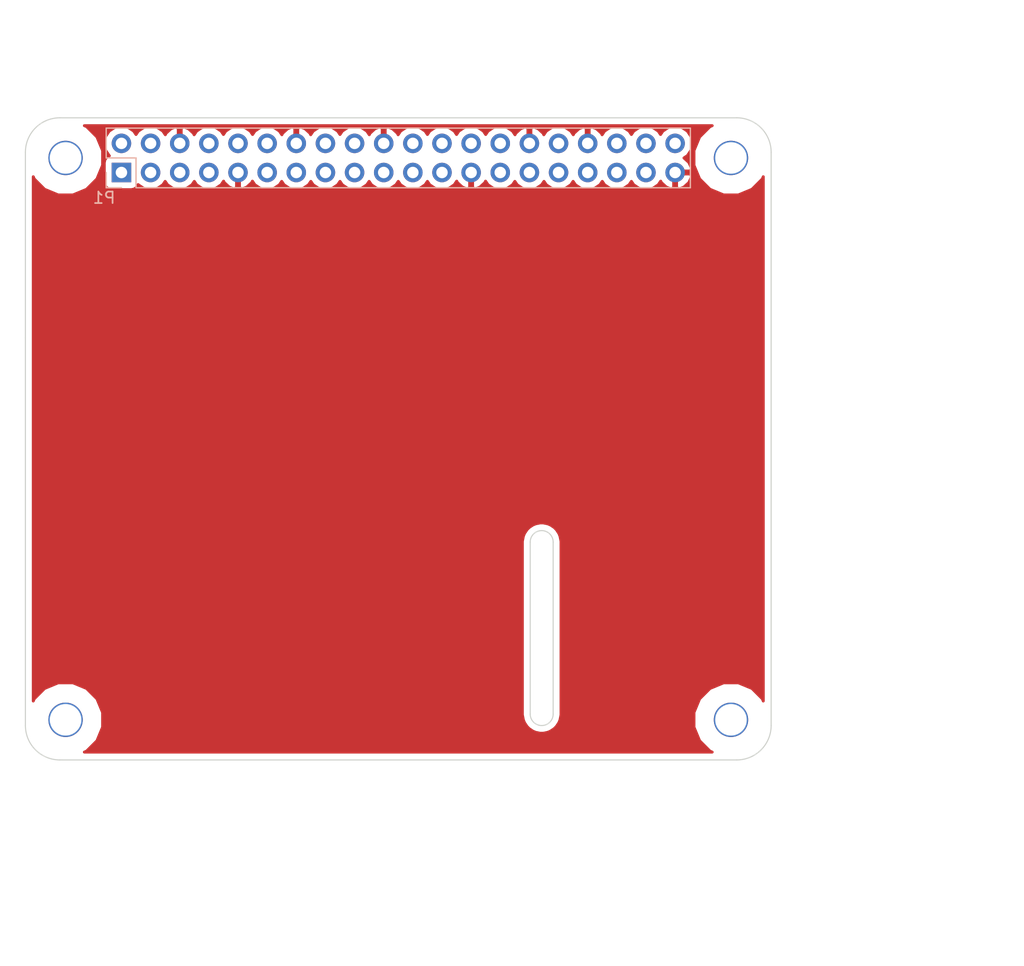
<source format=kicad_pcb>
(kicad_pcb (version 20171130) (host pcbnew "(5.0.0-rc3-dev-2-g101b68b61)")

  (general
    (thickness 1.6)
    (drawings 42)
    (tracks 0)
    (zones 0)
    (modules 5)
    (nets 32)
  )

  (page A3)
  (title_block
    (date "15 nov 2012")
  )

  (layers
    (0 F.Cu signal)
    (31 B.Cu signal)
    (36 B.SilkS user)
    (37 F.SilkS user)
    (38 B.Mask user)
    (39 F.Mask user)
    (40 Dwgs.User user)
    (41 Cmts.User user)
    (42 Eco1.User user)
    (43 Eco2.User user)
    (44 Edge.Cuts user)
    (45 Margin user)
    (46 B.CrtYd user)
    (47 F.CrtYd user)
    (48 B.Fab user)
    (49 F.Fab user)
  )

  (setup
    (last_trace_width 0.25)
    (trace_clearance 0.25)
    (zone_clearance 0.508)
    (zone_45_only no)
    (trace_min 0.25)
    (segment_width 0.1)
    (edge_width 0.1)
    (via_size 0.9)
    (via_drill 0.6)
    (via_min_size 0.8)
    (via_min_drill 0.5)
    (uvia_size 0.5)
    (uvia_drill 0.1)
    (uvias_allowed no)
    (uvia_min_size 0.5)
    (uvia_min_drill 0.1)
    (pcb_text_width 0.3)
    (pcb_text_size 1 1)
    (mod_edge_width 0.15)
    (mod_text_size 1 1)
    (mod_text_width 0.15)
    (pad_size 3 3)
    (pad_drill 2.75)
    (pad_to_mask_clearance 0)
    (aux_axis_origin 200 150)
    (grid_origin 200 150)
    (visible_elements 7FFFFFFF)
    (pcbplotparams
      (layerselection 0x01030_ffffffff)
      (usegerberextensions true)
      (usegerberattributes false)
      (usegerberadvancedattributes false)
      (creategerberjobfile false)
      (excludeedgelayer true)
      (linewidth 0.150000)
      (plotframeref false)
      (viasonmask false)
      (mode 1)
      (useauxorigin false)
      (hpglpennumber 1)
      (hpglpenspeed 20)
      (hpglpendiameter 15.000000)
      (psnegative false)
      (psa4output false)
      (plotreference true)
      (plotvalue true)
      (plotinvisibletext false)
      (padsonsilk false)
      (subtractmaskfromsilk false)
      (outputformat 1)
      (mirror false)
      (drillshape 0)
      (scaleselection 1)
      (outputdirectory "gerber/"))
  )

  (net 0 "")
  (net 1 +3V3)
  (net 2 +5V)
  (net 3 GND)
  (net 4 /ID_SD)
  (net 5 /ID_SC)
  (net 6 /GPIO5)
  (net 7 /GPIO6)
  (net 8 /GPIO26)
  (net 9 "/GPIO2(SDA1)")
  (net 10 "/GPIO3(SCL1)")
  (net 11 "/GPIO4(GCLK)")
  (net 12 "/GPIO14(TXD0)")
  (net 13 "/GPIO15(RXD0)")
  (net 14 "/GPIO17(GEN0)")
  (net 15 "/GPIO27(GEN2)")
  (net 16 "/GPIO22(GEN3)")
  (net 17 "/GPIO23(GEN4)")
  (net 18 "/GPIO24(GEN5)")
  (net 19 "/GPIO25(GEN6)")
  (net 20 "/GPIO18(GEN1)(PWM0)")
  (net 21 "/GPIO10(SPI0_MOSI)")
  (net 22 "/GPIO9(SPI0_MISO)")
  (net 23 "/GPIO11(SPI0_SCK)")
  (net 24 "/GPIO8(SPI0_CE_N)")
  (net 25 "/GPIO7(SPI1_CE_N)")
  (net 26 "/GPIO12(PWM0)")
  (net 27 "/GPIO13(PWM1)")
  (net 28 "/GPIO19(SPI1_MISO)")
  (net 29 /GPIO16)
  (net 30 "/GPIO20(SPI1_MOSI)")
  (net 31 "/GPIO21(SPI1_SCK)")

  (net_class Default "This is the default net class."
    (clearance 0.25)
    (trace_width 0.25)
    (via_dia 0.9)
    (via_drill 0.6)
    (uvia_dia 0.5)
    (uvia_drill 0.1)
    (diff_pair_gap 0.25)
    (diff_pair_width 0.25)
    (add_net +3V3)
    (add_net +5V)
    (add_net "/GPIO10(SPI0_MOSI)")
    (add_net "/GPIO11(SPI0_SCK)")
    (add_net "/GPIO12(PWM0)")
    (add_net "/GPIO13(PWM1)")
    (add_net "/GPIO14(TXD0)")
    (add_net "/GPIO15(RXD0)")
    (add_net /GPIO16)
    (add_net "/GPIO17(GEN0)")
    (add_net "/GPIO18(GEN1)(PWM0)")
    (add_net "/GPIO19(SPI1_MISO)")
    (add_net "/GPIO2(SDA1)")
    (add_net "/GPIO20(SPI1_MOSI)")
    (add_net "/GPIO21(SPI1_SCK)")
    (add_net "/GPIO22(GEN3)")
    (add_net "/GPIO23(GEN4)")
    (add_net "/GPIO24(GEN5)")
    (add_net "/GPIO25(GEN6)")
    (add_net /GPIO26)
    (add_net "/GPIO27(GEN2)")
    (add_net "/GPIO3(SCL1)")
    (add_net "/GPIO4(GCLK)")
    (add_net /GPIO5)
    (add_net /GPIO6)
    (add_net "/GPIO7(SPI1_CE_N)")
    (add_net "/GPIO8(SPI0_CE_N)")
    (add_net "/GPIO9(SPI0_MISO)")
    (add_net /ID_SC)
    (add_net /ID_SD)
    (add_net GND)
  )

  (net_class Power ""
    (clearance 0.25)
    (trace_width 0.5)
    (via_dia 1)
    (via_drill 0.7)
    (uvia_dia 0.5)
    (uvia_drill 0.1)
    (diff_pair_gap 0.25)
    (diff_pair_width 0.25)
  )

  (module Connector_PinSocket_2.54mm:PinSocket_2x20_P2.54mm_Vertical (layer B.Cu) (tedit 5A19A433) (tstamp 5A793E9F)
    (at 208.37 98.77 270)
    (descr "Through hole straight socket strip, 2x20, 2.54mm pitch, double cols (from Kicad 4.0.7), script generated")
    (tags "Through hole socket strip THT 2x20 2.54mm double row")
    (path /59AD464A)
    (fp_text reference P1 (at 2.208 1.512) (layer B.SilkS)
      (effects (font (size 1 1) (thickness 0.15)) (justify mirror))
    )
    (fp_text value Conn_02x20_Odd_Even (at -1.27 -51.03 270) (layer B.Fab)
      (effects (font (size 1 1) (thickness 0.15)) (justify mirror))
    )
    (fp_line (start -3.81 1.27) (end 0.27 1.27) (layer B.Fab) (width 0.1))
    (fp_line (start 0.27 1.27) (end 1.27 0.27) (layer B.Fab) (width 0.1))
    (fp_line (start 1.27 0.27) (end 1.27 -49.53) (layer B.Fab) (width 0.1))
    (fp_line (start 1.27 -49.53) (end -3.81 -49.53) (layer B.Fab) (width 0.1))
    (fp_line (start -3.81 -49.53) (end -3.81 1.27) (layer B.Fab) (width 0.1))
    (fp_line (start -3.87 1.33) (end -1.27 1.33) (layer B.SilkS) (width 0.12))
    (fp_line (start -3.87 1.33) (end -3.87 -49.59) (layer B.SilkS) (width 0.12))
    (fp_line (start -3.87 -49.59) (end 1.33 -49.59) (layer B.SilkS) (width 0.12))
    (fp_line (start 1.33 -1.27) (end 1.33 -49.59) (layer B.SilkS) (width 0.12))
    (fp_line (start -1.27 -1.27) (end 1.33 -1.27) (layer B.SilkS) (width 0.12))
    (fp_line (start -1.27 1.33) (end -1.27 -1.27) (layer B.SilkS) (width 0.12))
    (fp_line (start 1.33 1.33) (end 1.33 0) (layer B.SilkS) (width 0.12))
    (fp_line (start 0 1.33) (end 1.33 1.33) (layer B.SilkS) (width 0.12))
    (fp_line (start -4.34 1.8) (end 1.76 1.8) (layer B.CrtYd) (width 0.05))
    (fp_line (start 1.76 1.8) (end 1.76 -50) (layer B.CrtYd) (width 0.05))
    (fp_line (start 1.76 -50) (end -4.34 -50) (layer B.CrtYd) (width 0.05))
    (fp_line (start -4.34 -50) (end -4.34 1.8) (layer B.CrtYd) (width 0.05))
    (fp_text user %R (at -1.27 -24.13 180) (layer B.Fab)
      (effects (font (size 1 1) (thickness 0.15)) (justify mirror))
    )
    (pad 1 thru_hole rect (at 0 0 270) (size 1.7 1.7) (drill 1) (layers *.Cu *.Mask)
      (net 1 +3V3))
    (pad 2 thru_hole oval (at -2.54 0 270) (size 1.7 1.7) (drill 1) (layers *.Cu *.Mask)
      (net 2 +5V))
    (pad 3 thru_hole oval (at 0 -2.54 270) (size 1.7 1.7) (drill 1) (layers *.Cu *.Mask)
      (net 9 "/GPIO2(SDA1)"))
    (pad 4 thru_hole oval (at -2.54 -2.54 270) (size 1.7 1.7) (drill 1) (layers *.Cu *.Mask)
      (net 2 +5V))
    (pad 5 thru_hole oval (at 0 -5.08 270) (size 1.7 1.7) (drill 1) (layers *.Cu *.Mask)
      (net 10 "/GPIO3(SCL1)"))
    (pad 6 thru_hole oval (at -2.54 -5.08 270) (size 1.7 1.7) (drill 1) (layers *.Cu *.Mask)
      (net 3 GND))
    (pad 7 thru_hole oval (at 0 -7.62 270) (size 1.7 1.7) (drill 1) (layers *.Cu *.Mask)
      (net 11 "/GPIO4(GCLK)"))
    (pad 8 thru_hole oval (at -2.54 -7.62 270) (size 1.7 1.7) (drill 1) (layers *.Cu *.Mask)
      (net 12 "/GPIO14(TXD0)"))
    (pad 9 thru_hole oval (at 0 -10.16 270) (size 1.7 1.7) (drill 1) (layers *.Cu *.Mask)
      (net 3 GND))
    (pad 10 thru_hole oval (at -2.54 -10.16 270) (size 1.7 1.7) (drill 1) (layers *.Cu *.Mask)
      (net 13 "/GPIO15(RXD0)"))
    (pad 11 thru_hole oval (at 0 -12.7 270) (size 1.7 1.7) (drill 1) (layers *.Cu *.Mask)
      (net 14 "/GPIO17(GEN0)"))
    (pad 12 thru_hole oval (at -2.54 -12.7 270) (size 1.7 1.7) (drill 1) (layers *.Cu *.Mask)
      (net 20 "/GPIO18(GEN1)(PWM0)"))
    (pad 13 thru_hole oval (at 0 -15.24 270) (size 1.7 1.7) (drill 1) (layers *.Cu *.Mask)
      (net 15 "/GPIO27(GEN2)"))
    (pad 14 thru_hole oval (at -2.54 -15.24 270) (size 1.7 1.7) (drill 1) (layers *.Cu *.Mask)
      (net 3 GND))
    (pad 15 thru_hole oval (at 0 -17.78 270) (size 1.7 1.7) (drill 1) (layers *.Cu *.Mask)
      (net 16 "/GPIO22(GEN3)"))
    (pad 16 thru_hole oval (at -2.54 -17.78 270) (size 1.7 1.7) (drill 1) (layers *.Cu *.Mask)
      (net 17 "/GPIO23(GEN4)"))
    (pad 17 thru_hole oval (at 0 -20.32 270) (size 1.7 1.7) (drill 1) (layers *.Cu *.Mask)
      (net 1 +3V3))
    (pad 18 thru_hole oval (at -2.54 -20.32 270) (size 1.7 1.7) (drill 1) (layers *.Cu *.Mask)
      (net 18 "/GPIO24(GEN5)"))
    (pad 19 thru_hole oval (at 0 -22.86 270) (size 1.7 1.7) (drill 1) (layers *.Cu *.Mask)
      (net 21 "/GPIO10(SPI0_MOSI)"))
    (pad 20 thru_hole oval (at -2.54 -22.86 270) (size 1.7 1.7) (drill 1) (layers *.Cu *.Mask)
      (net 3 GND))
    (pad 21 thru_hole oval (at 0 -25.4 270) (size 1.7 1.7) (drill 1) (layers *.Cu *.Mask)
      (net 22 "/GPIO9(SPI0_MISO)"))
    (pad 22 thru_hole oval (at -2.54 -25.4 270) (size 1.7 1.7) (drill 1) (layers *.Cu *.Mask)
      (net 19 "/GPIO25(GEN6)"))
    (pad 23 thru_hole oval (at 0 -27.94 270) (size 1.7 1.7) (drill 1) (layers *.Cu *.Mask)
      (net 23 "/GPIO11(SPI0_SCK)"))
    (pad 24 thru_hole oval (at -2.54 -27.94 270) (size 1.7 1.7) (drill 1) (layers *.Cu *.Mask)
      (net 24 "/GPIO8(SPI0_CE_N)"))
    (pad 25 thru_hole oval (at 0 -30.48 270) (size 1.7 1.7) (drill 1) (layers *.Cu *.Mask)
      (net 3 GND))
    (pad 26 thru_hole oval (at -2.54 -30.48 270) (size 1.7 1.7) (drill 1) (layers *.Cu *.Mask)
      (net 25 "/GPIO7(SPI1_CE_N)"))
    (pad 27 thru_hole oval (at 0 -33.02 270) (size 1.7 1.7) (drill 1) (layers *.Cu *.Mask)
      (net 4 /ID_SD))
    (pad 28 thru_hole oval (at -2.54 -33.02 270) (size 1.7 1.7) (drill 1) (layers *.Cu *.Mask)
      (net 5 /ID_SC))
    (pad 29 thru_hole oval (at 0 -35.56 270) (size 1.7 1.7) (drill 1) (layers *.Cu *.Mask)
      (net 6 /GPIO5))
    (pad 30 thru_hole oval (at -2.54 -35.56 270) (size 1.7 1.7) (drill 1) (layers *.Cu *.Mask)
      (net 3 GND))
    (pad 31 thru_hole oval (at 0 -38.1 270) (size 1.7 1.7) (drill 1) (layers *.Cu *.Mask)
      (net 7 /GPIO6))
    (pad 32 thru_hole oval (at -2.54 -38.1 270) (size 1.7 1.7) (drill 1) (layers *.Cu *.Mask)
      (net 26 "/GPIO12(PWM0)"))
    (pad 33 thru_hole oval (at 0 -40.64 270) (size 1.7 1.7) (drill 1) (layers *.Cu *.Mask)
      (net 27 "/GPIO13(PWM1)"))
    (pad 34 thru_hole oval (at -2.54 -40.64 270) (size 1.7 1.7) (drill 1) (layers *.Cu *.Mask)
      (net 3 GND))
    (pad 35 thru_hole oval (at 0 -43.18 270) (size 1.7 1.7) (drill 1) (layers *.Cu *.Mask)
      (net 28 "/GPIO19(SPI1_MISO)"))
    (pad 36 thru_hole oval (at -2.54 -43.18 270) (size 1.7 1.7) (drill 1) (layers *.Cu *.Mask)
      (net 29 /GPIO16))
    (pad 37 thru_hole oval (at 0 -45.72 270) (size 1.7 1.7) (drill 1) (layers *.Cu *.Mask)
      (net 8 /GPIO26))
    (pad 38 thru_hole oval (at -2.54 -45.72 270) (size 1.7 1.7) (drill 1) (layers *.Cu *.Mask)
      (net 30 "/GPIO20(SPI1_MOSI)"))
    (pad 39 thru_hole oval (at 0 -48.26 270) (size 1.7 1.7) (drill 1) (layers *.Cu *.Mask)
      (net 3 GND))
    (pad 40 thru_hole oval (at -2.54 -48.26 270) (size 1.7 1.7) (drill 1) (layers *.Cu *.Mask)
      (net 31 "/GPIO21(SPI1_SCK)"))
    (model ${KISYS3DMOD}/Connector_PinSocket_2.54mm.3dshapes/PinSocket_2x20_P2.54mm_Vertical.wrl
      (at (xyz 0 0 0))
      (scale (xyz 1 1 1))
      (rotate (xyz 0 0 0))
    )
  )

  (module MountingHole:MountingHole_2.7mm_M2.5 (layer F.Cu) (tedit 5B44D45D) (tstamp 5A793E98)
    (at 261.5 146.5)
    (descr "Mounting Hole 2.7mm, no annular, M2.5")
    (tags "mounting hole 2.7mm no annular m2.5")
    (path /5834FC4F)
    (attr virtual)
    (fp_text reference MK4 (at 0 -3.7) (layer F.SilkS) hide
      (effects (font (size 1 1) (thickness 0.15)))
    )
    (fp_text value M2.5 (at 0 3.7) (layer F.Fab)
      (effects (font (size 1 1) (thickness 0.15)))
    )
    (fp_circle (center 0 0) (end 2.95 0) (layer F.CrtYd) (width 0.05))
    (fp_circle (center 0 0) (end 2.7 0) (layer Cmts.User) (width 0.15))
    (fp_text user %R (at 0.3 0) (layer F.Fab)
      (effects (font (size 1 1) (thickness 0.15)))
    )
    (pad "" np_thru_hole circle (at 0 0) (size 3 3) (drill 2.75) (layers *.Cu *.Mask)
      (clearance 1.6))
  )

  (module MountingHole:MountingHole_2.7mm_M2.5 (layer F.Cu) (tedit 5B44D465) (tstamp 5A793E91)
    (at 203.5 146.5)
    (descr "Mounting Hole 2.7mm, no annular, M2.5")
    (tags "mounting hole 2.7mm no annular m2.5")
    (path /5834FBEF)
    (attr virtual)
    (fp_text reference MK3 (at 0 -3.7) (layer F.SilkS) hide
      (effects (font (size 1 1) (thickness 0.15)))
    )
    (fp_text value M2.5 (at 0 3.7) (layer F.Fab)
      (effects (font (size 1 1) (thickness 0.15)))
    )
    (fp_text user %R (at 0.3 0) (layer F.Fab)
      (effects (font (size 1 1) (thickness 0.15)))
    )
    (fp_circle (center 0 0) (end 2.7 0) (layer Cmts.User) (width 0.15))
    (fp_circle (center 0 0) (end 2.95 0) (layer F.CrtYd) (width 0.05))
    (pad "" np_thru_hole circle (at 0 0) (size 3 3) (drill 2.75) (layers *.Cu *.Mask)
      (clearance 1.6))
  )

  (module MountingHole:MountingHole_2.7mm_M2.5 (layer F.Cu) (tedit 5B44D441) (tstamp 5A793E8A)
    (at 261.5 97.5 180)
    (descr "Mounting Hole 2.7mm, no annular, M2.5")
    (tags "mounting hole 2.7mm no annular m2.5")
    (path /5834FC19)
    (attr virtual)
    (fp_text reference MK2 (at 0 -3.7 180) (layer F.SilkS) hide
      (effects (font (size 1 1) (thickness 0.15)))
    )
    (fp_text value M2.5 (at 0 3.7 180) (layer F.Fab)
      (effects (font (size 1 1) (thickness 0.15)))
    )
    (fp_circle (center 0 0) (end 2.95 0) (layer F.CrtYd) (width 0.05))
    (fp_circle (center 0 0) (end 2.7 0) (layer Cmts.User) (width 0.15))
    (fp_text user %R (at 0.3 0 180) (layer F.Fab)
      (effects (font (size 1 1) (thickness 0.15)))
    )
    (pad "" np_thru_hole circle (at 0 0 180) (size 3 3) (drill 2.75) (layers *.Cu *.Mask)
      (clearance 1.6))
  )

  (module MountingHole:MountingHole_2.7mm_M2.5 (layer F.Cu) (tedit 5B44D434) (tstamp 5A793E83)
    (at 203.5 97.5 180)
    (descr "Mounting Hole 2.7mm, no annular, M2.5")
    (tags "mounting hole 2.7mm no annular m2.5")
    (path /5834FB2E)
    (attr virtual)
    (fp_text reference MK1 (at 0 -3.7 180) (layer F.SilkS) hide
      (effects (font (size 1 1) (thickness 0.15)))
    )
    (fp_text value M2.5 (at 0 3.7 180) (layer F.Fab)
      (effects (font (size 1 1) (thickness 0.15)))
    )
    (fp_text user %R (at 0.3 0 180) (layer F.Fab)
      (effects (font (size 1 1) (thickness 0.15)))
    )
    (fp_circle (center 0 0) (end 2.7 0) (layer Cmts.User) (width 0.15))
    (fp_circle (center 0 0) (end 2.95 0) (layer F.CrtYd) (width 0.05))
    (pad "" np_thru_hole circle (at 0 0 180) (size 3 3) (drill 2.75) (layers *.Cu *.Mask)
      (clearance 1.6))
  )

  (dimension 2 (width 0.25) (layer Eco1.User)
    (gr_text "2.000 mm" (at 245 127.5) (layer Eco1.User)
      (effects (font (size 1 1) (thickness 0.25)))
    )
    (feature1 (pts (xy 246 131) (xy 246 128.413579)))
    (feature2 (pts (xy 244 131) (xy 244 128.413579)))
    (crossbar (pts (xy 244 129) (xy 246 129)))
    (arrow1a (pts (xy 246 129) (xy 244.873496 129.586421)))
    (arrow1b (pts (xy 246 129) (xy 244.873496 128.413579)))
    (arrow2a (pts (xy 244 129) (xy 245.126504 129.586421)))
    (arrow2b (pts (xy 244 129) (xy 245.126504 128.413579)))
  )
  (dimension 3.5 (width 0.25) (layer Eco1.User)
    (gr_text "3.500 mm" (at 201.75 141.5) (layer Eco1.User)
      (effects (font (size 1 1) (thickness 0.25)))
    )
    (feature1 (pts (xy 200 146.5) (xy 200 142.413579)))
    (feature2 (pts (xy 203.5 146.5) (xy 203.5 142.413579)))
    (crossbar (pts (xy 203.5 143) (xy 200 143)))
    (arrow1a (pts (xy 200 143) (xy 201.126504 142.413579)))
    (arrow1b (pts (xy 200 143) (xy 201.126504 143.586421)))
    (arrow2a (pts (xy 203.5 143) (xy 202.373496 142.413579)))
    (arrow2b (pts (xy 203.5 143) (xy 202.373496 143.586421)))
  )
  (dimension 3.5 (width 0.25) (layer Eco1.User)
    (gr_text "3.500 mm" (at 209.5 148.25 270) (layer Eco1.User)
      (effects (font (size 1 1) (thickness 0.25)))
    )
    (feature1 (pts (xy 203.5 150) (xy 208.586421 150)))
    (feature2 (pts (xy 203.5 146.5) (xy 208.586421 146.5)))
    (crossbar (pts (xy 208 146.5) (xy 208 150)))
    (arrow1a (pts (xy 208 150) (xy 207.413579 148.873496)))
    (arrow1b (pts (xy 208 150) (xy 208.586421 148.873496)))
    (arrow2a (pts (xy 208 146.5) (xy 207.413579 147.626504)))
    (arrow2b (pts (xy 208 146.5) (xy 208.586421 147.626504)))
  )
  (dimension 11.5 (width 0.25) (layer Eco1.User)
    (gr_text "11.500 mm" (at 253.5 144.25 90) (layer Eco1.User)
      (effects (font (size 1 1) (thickness 0.25)))
    )
    (feature1 (pts (xy 248 138.5) (xy 252.586421 138.5)))
    (feature2 (pts (xy 248 150) (xy 252.586421 150)))
    (crossbar (pts (xy 252 150) (xy 252 138.5)))
    (arrow1a (pts (xy 252 138.5) (xy 252.586421 139.626504)))
    (arrow1b (pts (xy 252 138.5) (xy 251.413579 139.626504)))
    (arrow2a (pts (xy 252 150) (xy 252.586421 148.873496)))
    (arrow2b (pts (xy 252 150) (xy 251.413579 148.873496)))
  )
  (dimension 8.5 (width 0.25) (layer Eco1.User)
    (gr_text "8.500 mm" (at 249.5 142.75 90) (layer Eco1.User)
      (effects (font (size 1 1) (thickness 0.25)))
    )
    (feature1 (pts (xy 245 138.5) (xy 248.586421 138.5)))
    (feature2 (pts (xy 245 147) (xy 248.586421 147)))
    (crossbar (pts (xy 248 147) (xy 248 138.5)))
    (arrow1a (pts (xy 248 138.5) (xy 248.586421 139.626504)))
    (arrow1b (pts (xy 248 138.5) (xy 247.413579 139.626504)))
    (arrow2a (pts (xy 248 147) (xy 248.586421 145.873496)))
    (arrow2b (pts (xy 248 147) (xy 247.413579 145.873496)))
  )
  (dimension 17 (width 0.25) (layer Eco1.User)
    (gr_text "17.000 mm" (at 240.5 138.5 270) (layer Eco1.User)
      (effects (font (size 1 1) (thickness 0.25)))
    )
    (feature1 (pts (xy 245 147) (xy 241.413579 147)))
    (feature2 (pts (xy 245 130) (xy 241.413579 130)))
    (crossbar (pts (xy 242 130) (xy 242 147)))
    (arrow1a (pts (xy 242 147) (xy 241.413579 145.873496)))
    (arrow1b (pts (xy 242 147) (xy 242.586421 145.873496)))
    (arrow2a (pts (xy 242 130) (xy 241.413579 131.126504)))
    (arrow2b (pts (xy 242 130) (xy 242.586421 131.126504)))
  )
  (dimension 45 (width 0.25) (layer Eco1.User)
    (gr_text "45.000 mm" (at 222.5 154) (layer Eco1.User)
      (effects (font (size 1 1) (thickness 0.25)))
    )
    (feature1 (pts (xy 245 147) (xy 245 153.086421)))
    (feature2 (pts (xy 200 147) (xy 200 153.086421)))
    (crossbar (pts (xy 200 152.5) (xy 245 152.5)))
    (arrow1a (pts (xy 245 152.5) (xy 243.873496 153.086421)))
    (arrow1b (pts (xy 245 152.5) (xy 243.873496 151.913579)))
    (arrow2a (pts (xy 200 152.5) (xy 201.126504 153.086421)))
    (arrow2b (pts (xy 200 152.5) (xy 201.126504 151.913579)))
  )
  (dimension 29 (width 0.25) (layer Eco1.User)
    (gr_text "29.000 mm" (at 218 90.5) (layer Eco1.User)
      (effects (font (size 1 1) (thickness 0.25)))
    )
    (feature1 (pts (xy 203.5 97.5) (xy 203.5 91.413579)))
    (feature2 (pts (xy 232.5 97.5) (xy 232.5 91.413579)))
    (crossbar (pts (xy 232.5 92) (xy 203.5 92)))
    (arrow1a (pts (xy 203.5 92) (xy 204.626504 91.413579)))
    (arrow1b (pts (xy 203.5 92) (xy 204.626504 92.586421)))
    (arrow2a (pts (xy 232.5 92) (xy 231.373496 91.413579)))
    (arrow2b (pts (xy 232.5 92) (xy 231.373496 92.586421)))
  )
  (dimension 49 (width 0.25) (layer Eco1.User)
    (gr_text "49.000 mm" (at 268.5 122 270) (layer Eco1.User)
      (effects (font (size 1 1) (thickness 0.25)))
    )
    (feature1 (pts (xy 261.5 146.5) (xy 267.586421 146.5)))
    (feature2 (pts (xy 261.5 97.5) (xy 267.586421 97.5)))
    (crossbar (pts (xy 267 97.5) (xy 267 146.5)))
    (arrow1a (pts (xy 267 146.5) (xy 266.413579 145.373496)))
    (arrow1b (pts (xy 267 146.5) (xy 267.586421 145.373496)))
    (arrow2a (pts (xy 267 97.5) (xy 266.413579 98.626504)))
    (arrow2b (pts (xy 267 97.5) (xy 267.586421 98.626504)))
  )
  (dimension 56 (width 0.25) (layer Eco1.User)
    (gr_text "56.000 mm" (at 272.5 122 270) (layer Eco1.User)
      (effects (font (size 1 1) (thickness 0.25)))
    )
    (feature1 (pts (xy 261.5 150) (xy 271.586421 150)))
    (feature2 (pts (xy 261.5 94) (xy 271.586421 94)))
    (crossbar (pts (xy 271 94) (xy 271 150)))
    (arrow1a (pts (xy 271 150) (xy 270.413579 148.873496)))
    (arrow1b (pts (xy 271 150) (xy 271.586421 148.873496)))
    (arrow2a (pts (xy 271 94) (xy 270.413579 95.126504)))
    (arrow2b (pts (xy 271 94) (xy 271.586421 95.126504)))
  )
  (dimension 58 (width 0.25) (layer Eco1.User)
    (gr_text "58.000 mm" (at 232.5 87.5) (layer Eco1.User)
      (effects (font (size 1 1) (thickness 0.25)))
    )
    (feature1 (pts (xy 261.5 97.5) (xy 261.5 88.413579)))
    (feature2 (pts (xy 203.5 97.5) (xy 203.5 88.413579)))
    (crossbar (pts (xy 203.5 89) (xy 261.5 89)))
    (arrow1a (pts (xy 261.5 89) (xy 260.373496 89.586421)))
    (arrow1b (pts (xy 261.5 89) (xy 260.373496 88.413579)))
    (arrow2a (pts (xy 203.5 89) (xy 204.626504 89.586421)))
    (arrow2b (pts (xy 203.5 89) (xy 204.626504 88.413579)))
  )
  (dimension 65 (width 0.25) (layer Eco1.User)
    (gr_text "65.000 mm" (at 232.5 84.5) (layer Eco1.User)
      (effects (font (size 1 1) (thickness 0.25)))
    )
    (feature1 (pts (xy 265 97.5) (xy 265 85.413579)))
    (feature2 (pts (xy 200 97.5) (xy 200 85.413579)))
    (crossbar (pts (xy 200 86) (xy 265 86)))
    (arrow1a (pts (xy 265 86) (xy 263.873496 86.586421)))
    (arrow1b (pts (xy 265 86) (xy 263.873496 85.413579)))
    (arrow2a (pts (xy 200 86) (xy 201.126504 86.586421)))
    (arrow2b (pts (xy 200 86) (xy 201.126504 85.413579)))
  )
  (gr_line (start 244 146) (end 244 131) (layer Edge.Cuts) (width 0.1))
  (gr_line (start 246 131) (end 246 146) (layer Edge.Cuts) (width 0.1))
  (gr_arc (start 245 131) (end 244 131) (angle 180) (layer Edge.Cuts) (width 0.1))
  (gr_arc (start 245 146) (end 246 146) (angle 180) (layer Edge.Cuts) (width 0.1))
  (gr_line (start 200 97) (end 200 113.17) (layer Edge.Cuts) (width 0.1))
  (gr_text CAMERA (at 245 139 90) (layer Dwgs.User)
    (effects (font (size 1 1) (thickness 0.15)))
  )
  (gr_text RJ45 (at 276.2 139.84) (layer Dwgs.User) (tstamp 580CBBEB)
    (effects (font (size 2 2) (thickness 0.15)))
  )
  (gr_text USB (at 277.724 121.552) (layer Dwgs.User) (tstamp 580CBBE9)
    (effects (font (size 2 2) (thickness 0.15)))
  )
  (gr_text USB (at 278.232 102.248) (layer Dwgs.User)
    (effects (font (size 2 2) (thickness 0.15)))
  )
  (gr_arc (start 262 97) (end 262 94) (angle 90) (layer Edge.Cuts) (width 0.1))
  (gr_arc (start 262 147) (end 265 147) (angle 90) (layer Edge.Cuts) (width 0.1))
  (gr_arc (start 203 147) (end 203 150) (angle 90) (layer Edge.Cuts) (width 0.1))
  (gr_arc (start 203 97) (end 200 97) (angle 90) (layer Edge.Cuts) (width 0.1))
  (gr_line (start 269.9 114.45) (end 287 114.45) (layer Dwgs.User) (width 0.1))
  (gr_line (start 262 94) (end 203 94) (layer Edge.Cuts) (width 0.1))
  (gr_line (start 269.9 127.55) (end 269.9 114.45) (layer Dwgs.User) (width 0.1))
  (gr_line (start 287 127.55) (end 269.9 127.55) (layer Dwgs.User) (width 0.1))
  (gr_line (start 287 114.45) (end 287 127.55) (layer Dwgs.User) (width 0.1))
  (gr_line (start 266 147.675) (end 266 131.825) (layer Dwgs.User) (width 0.1))
  (gr_line (start 287 147.675) (end 266 147.675) (layer Dwgs.User) (width 0.1))
  (gr_line (start 287 131.825) (end 287 147.675) (layer Dwgs.User) (width 0.1))
  (gr_line (start 266 131.825) (end 287 131.825) (layer Dwgs.User) (width 0.1))
  (gr_line (start 265 147) (end 265 97) (layer Edge.Cuts) (width 0.1))
  (gr_line (start 203 150) (end 262 150) (layer Edge.Cuts) (width 0.1))
  (gr_line (start 200 113.17) (end 200 147) (layer Edge.Cuts) (width 0.1))
  (gr_line (start 269.9 109.455925) (end 269.9 96.355925) (layer Dwgs.User) (width 0.1))
  (gr_line (start 287 109.455925) (end 269.9 109.455925) (layer Dwgs.User) (width 0.1))
  (gr_line (start 287 96.355925) (end 287 109.455925) (layer Dwgs.User) (width 0.1))
  (gr_line (start 269.9 96.355925) (end 287 96.355925) (layer Dwgs.User) (width 0.1))
  (gr_text "RASPBERRY-PI 40-PIN ADDON BOARD\nVIEW FROM TOP\nNOTE: P1 SHOULD BE FITTED ON THE REVERSE OF THE BOARD\n\nADD EDGE CUTS FROM CAMERA AND DISPLAY PORTS AS REQUIRED" (at 200 160.16) (layer Dwgs.User)
    (effects (font (size 2 1.7) (thickness 0.12)) (justify left))
  )

  (zone (net 3) (net_name GND) (layer F.Cu) (tstamp 5B44E201) (hatch edge 0.508)
    (connect_pads (clearance 0.508))
    (min_thickness 0.254)
    (fill yes (arc_segments 16) (thermal_gap 0.508) (thermal_bridge_width 0.508))
    (polygon
      (pts
        (xy 199 93) (xy 266 93) (xy 266 151) (xy 199 151)
      )
    )
    (filled_polygon
      (pts
        (xy 259.672051 94.764281) (xy 258.764281 95.672051) (xy 258.273 96.85811) (xy 258.273 98.14189) (xy 258.764281 99.327949)
        (xy 259.672051 100.235719) (xy 260.85811 100.727) (xy 262.14189 100.727) (xy 263.327949 100.235719) (xy 264.235719 99.327949)
        (xy 264.315001 99.136545) (xy 264.315 144.863453) (xy 264.235719 144.672051) (xy 263.327949 143.764281) (xy 262.14189 143.273)
        (xy 260.85811 143.273) (xy 259.672051 143.764281) (xy 258.764281 144.672051) (xy 258.273 145.85811) (xy 258.273 147.14189)
        (xy 258.764281 148.327949) (xy 259.672051 149.235719) (xy 259.863453 149.315) (xy 205.136547 149.315) (xy 205.327949 149.235719)
        (xy 206.235719 148.327949) (xy 206.727 147.14189) (xy 206.727 146.067461) (xy 243.315 146.067461) (xy 243.328162 146.133631)
        (xy 243.328162 146.133636) (xy 243.404282 146.516319) (xy 243.455534 146.640052) (xy 243.506563 146.763248) (xy 243.723336 147.087672)
        (xy 243.912328 147.276664) (xy 244.236751 147.493437) (xy 244.290876 147.515856) (xy 244.483681 147.595718) (xy 244.866364 147.671838)
        (xy 245.133636 147.671838) (xy 245.516319 147.595718) (xy 245.763248 147.493437) (xy 245.763249 147.493436) (xy 246.087672 147.276664)
        (xy 246.276664 147.087672) (xy 246.493437 146.763249) (xy 246.550942 146.624419) (xy 246.595718 146.516319) (xy 246.671838 146.133636)
        (xy 246.671838 146.133632) (xy 246.685 146.067462) (xy 246.685 130.932538) (xy 246.671838 130.866368) (xy 246.671838 130.866364)
        (xy 246.595718 130.483681) (xy 246.493437 130.236752) (xy 246.493437 130.236751) (xy 246.276664 129.912328) (xy 246.087672 129.723336)
        (xy 245.763248 129.506563) (xy 245.516319 129.404282) (xy 245.133636 129.328162) (xy 244.866364 129.328162) (xy 244.483681 129.404282)
        (xy 244.339032 129.464197) (xy 244.236751 129.506563) (xy 243.912328 129.723336) (xy 243.723336 129.912328) (xy 243.506564 130.236751)
        (xy 243.506563 130.236752) (xy 243.404282 130.483681) (xy 243.328162 130.866364) (xy 243.328162 130.866373) (xy 243.315001 130.932538)
        (xy 243.315 146.067461) (xy 206.727 146.067461) (xy 206.727 145.85811) (xy 206.235719 144.672051) (xy 205.327949 143.764281)
        (xy 204.14189 143.273) (xy 202.85811 143.273) (xy 201.672051 143.764281) (xy 200.764281 144.672051) (xy 200.685 144.863453)
        (xy 200.685 99.136547) (xy 200.764281 99.327949) (xy 201.672051 100.235719) (xy 202.85811 100.727) (xy 204.14189 100.727)
        (xy 205.327949 100.235719) (xy 206.235719 99.327949) (xy 206.727 98.14189) (xy 206.727 96.85811) (xy 206.466829 96.23)
        (xy 206.855908 96.23) (xy 206.971161 96.809418) (xy 207.299375 97.300625) (xy 207.317619 97.312816) (xy 207.272235 97.321843)
        (xy 207.062191 97.462191) (xy 206.921843 97.672235) (xy 206.87256 97.92) (xy 206.87256 99.62) (xy 206.921843 99.867765)
        (xy 207.062191 100.077809) (xy 207.272235 100.218157) (xy 207.52 100.26744) (xy 209.22 100.26744) (xy 209.467765 100.218157)
        (xy 209.677809 100.077809) (xy 209.818157 99.867765) (xy 209.827184 99.822381) (xy 209.839375 99.840625) (xy 210.330582 100.168839)
        (xy 210.763744 100.255) (xy 211.056256 100.255) (xy 211.489418 100.168839) (xy 211.980625 99.840625) (xy 212.18 99.542239)
        (xy 212.379375 99.840625) (xy 212.870582 100.168839) (xy 213.303744 100.255) (xy 213.596256 100.255) (xy 214.029418 100.168839)
        (xy 214.520625 99.840625) (xy 214.72 99.542239) (xy 214.919375 99.840625) (xy 215.410582 100.168839) (xy 215.843744 100.255)
        (xy 216.136256 100.255) (xy 216.569418 100.168839) (xy 217.060625 99.840625) (xy 217.273843 99.521522) (xy 217.334817 99.651358)
        (xy 217.763076 100.041645) (xy 218.17311 100.211476) (xy 218.403 100.090155) (xy 218.403 98.897) (xy 218.383 98.897)
        (xy 218.383 98.643) (xy 218.403 98.643) (xy 218.403 98.623) (xy 218.657 98.623) (xy 218.657 98.643)
        (xy 218.677 98.643) (xy 218.677 98.897) (xy 218.657 98.897) (xy 218.657 100.090155) (xy 218.88689 100.211476)
        (xy 219.296924 100.041645) (xy 219.725183 99.651358) (xy 219.786157 99.521522) (xy 219.999375 99.840625) (xy 220.490582 100.168839)
        (xy 220.923744 100.255) (xy 221.216256 100.255) (xy 221.649418 100.168839) (xy 222.140625 99.840625) (xy 222.34 99.542239)
        (xy 222.539375 99.840625) (xy 223.030582 100.168839) (xy 223.463744 100.255) (xy 223.756256 100.255) (xy 224.189418 100.168839)
        (xy 224.680625 99.840625) (xy 224.88 99.542239) (xy 225.079375 99.840625) (xy 225.570582 100.168839) (xy 226.003744 100.255)
        (xy 226.296256 100.255) (xy 226.729418 100.168839) (xy 227.220625 99.840625) (xy 227.42 99.542239) (xy 227.619375 99.840625)
        (xy 228.110582 100.168839) (xy 228.543744 100.255) (xy 228.836256 100.255) (xy 229.269418 100.168839) (xy 229.760625 99.840625)
        (xy 229.96 99.542239) (xy 230.159375 99.840625) (xy 230.650582 100.168839) (xy 231.083744 100.255) (xy 231.376256 100.255)
        (xy 231.809418 100.168839) (xy 232.300625 99.840625) (xy 232.5 99.542239) (xy 232.699375 99.840625) (xy 233.190582 100.168839)
        (xy 233.623744 100.255) (xy 233.916256 100.255) (xy 234.349418 100.168839) (xy 234.840625 99.840625) (xy 235.04 99.542239)
        (xy 235.239375 99.840625) (xy 235.730582 100.168839) (xy 236.163744 100.255) (xy 236.456256 100.255) (xy 236.889418 100.168839)
        (xy 237.380625 99.840625) (xy 237.593843 99.521522) (xy 237.654817 99.651358) (xy 238.083076 100.041645) (xy 238.49311 100.211476)
        (xy 238.723 100.090155) (xy 238.723 98.897) (xy 238.703 98.897) (xy 238.703 98.643) (xy 238.723 98.643)
        (xy 238.723 98.623) (xy 238.977 98.623) (xy 238.977 98.643) (xy 238.997 98.643) (xy 238.997 98.897)
        (xy 238.977 98.897) (xy 238.977 100.090155) (xy 239.20689 100.211476) (xy 239.616924 100.041645) (xy 240.045183 99.651358)
        (xy 240.106157 99.521522) (xy 240.319375 99.840625) (xy 240.810582 100.168839) (xy 241.243744 100.255) (xy 241.536256 100.255)
        (xy 241.969418 100.168839) (xy 242.460625 99.840625) (xy 242.66 99.542239) (xy 242.859375 99.840625) (xy 243.350582 100.168839)
        (xy 243.783744 100.255) (xy 244.076256 100.255) (xy 244.509418 100.168839) (xy 245.000625 99.840625) (xy 245.2 99.542239)
        (xy 245.399375 99.840625) (xy 245.890582 100.168839) (xy 246.323744 100.255) (xy 246.616256 100.255) (xy 247.049418 100.168839)
        (xy 247.540625 99.840625) (xy 247.74 99.542239) (xy 247.939375 99.840625) (xy 248.430582 100.168839) (xy 248.863744 100.255)
        (xy 249.156256 100.255) (xy 249.589418 100.168839) (xy 250.080625 99.840625) (xy 250.28 99.542239) (xy 250.479375 99.840625)
        (xy 250.970582 100.168839) (xy 251.403744 100.255) (xy 251.696256 100.255) (xy 252.129418 100.168839) (xy 252.620625 99.840625)
        (xy 252.82 99.542239) (xy 253.019375 99.840625) (xy 253.510582 100.168839) (xy 253.943744 100.255) (xy 254.236256 100.255)
        (xy 254.669418 100.168839) (xy 255.160625 99.840625) (xy 255.373843 99.521522) (xy 255.434817 99.651358) (xy 255.863076 100.041645)
        (xy 256.27311 100.211476) (xy 256.503 100.090155) (xy 256.503 98.897) (xy 256.757 98.897) (xy 256.757 100.090155)
        (xy 256.98689 100.211476) (xy 257.396924 100.041645) (xy 257.825183 99.651358) (xy 258.071486 99.126892) (xy 257.950819 98.897)
        (xy 256.757 98.897) (xy 256.503 98.897) (xy 256.483 98.897) (xy 256.483 98.643) (xy 256.503 98.643)
        (xy 256.503 98.623) (xy 256.757 98.623) (xy 256.757 98.643) (xy 257.950819 98.643) (xy 258.071486 98.413108)
        (xy 257.825183 97.888642) (xy 257.400214 97.501353) (xy 257.700625 97.300625) (xy 258.028839 96.809418) (xy 258.144092 96.23)
        (xy 258.028839 95.650582) (xy 257.700625 95.159375) (xy 257.209418 94.831161) (xy 256.776256 94.745) (xy 256.483744 94.745)
        (xy 256.050582 94.831161) (xy 255.559375 95.159375) (xy 255.36 95.457761) (xy 255.160625 95.159375) (xy 254.669418 94.831161)
        (xy 254.236256 94.745) (xy 253.943744 94.745) (xy 253.510582 94.831161) (xy 253.019375 95.159375) (xy 252.82 95.457761)
        (xy 252.620625 95.159375) (xy 252.129418 94.831161) (xy 251.696256 94.745) (xy 251.403744 94.745) (xy 250.970582 94.831161)
        (xy 250.479375 95.159375) (xy 250.266157 95.478478) (xy 250.205183 95.348642) (xy 249.776924 94.958355) (xy 249.36689 94.788524)
        (xy 249.137 94.909845) (xy 249.137 96.103) (xy 249.157 96.103) (xy 249.157 96.357) (xy 249.137 96.357)
        (xy 249.137 96.377) (xy 248.883 96.377) (xy 248.883 96.357) (xy 248.863 96.357) (xy 248.863 96.103)
        (xy 248.883 96.103) (xy 248.883 94.909845) (xy 248.65311 94.788524) (xy 248.243076 94.958355) (xy 247.814817 95.348642)
        (xy 247.753843 95.478478) (xy 247.540625 95.159375) (xy 247.049418 94.831161) (xy 246.616256 94.745) (xy 246.323744 94.745)
        (xy 245.890582 94.831161) (xy 245.399375 95.159375) (xy 245.186157 95.478478) (xy 245.125183 95.348642) (xy 244.696924 94.958355)
        (xy 244.28689 94.788524) (xy 244.057 94.909845) (xy 244.057 96.103) (xy 244.077 96.103) (xy 244.077 96.357)
        (xy 244.057 96.357) (xy 244.057 96.377) (xy 243.803 96.377) (xy 243.803 96.357) (xy 243.783 96.357)
        (xy 243.783 96.103) (xy 243.803 96.103) (xy 243.803 94.909845) (xy 243.57311 94.788524) (xy 243.163076 94.958355)
        (xy 242.734817 95.348642) (xy 242.673843 95.478478) (xy 242.460625 95.159375) (xy 241.969418 94.831161) (xy 241.536256 94.745)
        (xy 241.243744 94.745) (xy 240.810582 94.831161) (xy 240.319375 95.159375) (xy 240.12 95.457761) (xy 239.920625 95.159375)
        (xy 239.429418 94.831161) (xy 238.996256 94.745) (xy 238.703744 94.745) (xy 238.270582 94.831161) (xy 237.779375 95.159375)
        (xy 237.58 95.457761) (xy 237.380625 95.159375) (xy 236.889418 94.831161) (xy 236.456256 94.745) (xy 236.163744 94.745)
        (xy 235.730582 94.831161) (xy 235.239375 95.159375) (xy 235.04 95.457761) (xy 234.840625 95.159375) (xy 234.349418 94.831161)
        (xy 233.916256 94.745) (xy 233.623744 94.745) (xy 233.190582 94.831161) (xy 232.699375 95.159375) (xy 232.486157 95.478478)
        (xy 232.425183 95.348642) (xy 231.996924 94.958355) (xy 231.58689 94.788524) (xy 231.357 94.909845) (xy 231.357 96.103)
        (xy 231.377 96.103) (xy 231.377 96.357) (xy 231.357 96.357) (xy 231.357 96.377) (xy 231.103 96.377)
        (xy 231.103 96.357) (xy 231.083 96.357) (xy 231.083 96.103) (xy 231.103 96.103) (xy 231.103 94.909845)
        (xy 230.87311 94.788524) (xy 230.463076 94.958355) (xy 230.034817 95.348642) (xy 229.973843 95.478478) (xy 229.760625 95.159375)
        (xy 229.269418 94.831161) (xy 228.836256 94.745) (xy 228.543744 94.745) (xy 228.110582 94.831161) (xy 227.619375 95.159375)
        (xy 227.42 95.457761) (xy 227.220625 95.159375) (xy 226.729418 94.831161) (xy 226.296256 94.745) (xy 226.003744 94.745)
        (xy 225.570582 94.831161) (xy 225.079375 95.159375) (xy 224.866157 95.478478) (xy 224.805183 95.348642) (xy 224.376924 94.958355)
        (xy 223.96689 94.788524) (xy 223.737 94.909845) (xy 223.737 96.103) (xy 223.757 96.103) (xy 223.757 96.357)
        (xy 223.737 96.357) (xy 223.737 96.377) (xy 223.483 96.377) (xy 223.483 96.357) (xy 223.463 96.357)
        (xy 223.463 96.103) (xy 223.483 96.103) (xy 223.483 94.909845) (xy 223.25311 94.788524) (xy 222.843076 94.958355)
        (xy 222.414817 95.348642) (xy 222.353843 95.478478) (xy 222.140625 95.159375) (xy 221.649418 94.831161) (xy 221.216256 94.745)
        (xy 220.923744 94.745) (xy 220.490582 94.831161) (xy 219.999375 95.159375) (xy 219.8 95.457761) (xy 219.600625 95.159375)
        (xy 219.109418 94.831161) (xy 218.676256 94.745) (xy 218.383744 94.745) (xy 217.950582 94.831161) (xy 217.459375 95.159375)
        (xy 217.26 95.457761) (xy 217.060625 95.159375) (xy 216.569418 94.831161) (xy 216.136256 94.745) (xy 215.843744 94.745)
        (xy 215.410582 94.831161) (xy 214.919375 95.159375) (xy 214.706157 95.478478) (xy 214.645183 95.348642) (xy 214.216924 94.958355)
        (xy 213.80689 94.788524) (xy 213.577 94.909845) (xy 213.577 96.103) (xy 213.597 96.103) (xy 213.597 96.357)
        (xy 213.577 96.357) (xy 213.577 96.377) (xy 213.323 96.377) (xy 213.323 96.357) (xy 213.303 96.357)
        (xy 213.303 96.103) (xy 213.323 96.103) (xy 213.323 94.909845) (xy 213.09311 94.788524) (xy 212.683076 94.958355)
        (xy 212.254817 95.348642) (xy 212.193843 95.478478) (xy 211.980625 95.159375) (xy 211.489418 94.831161) (xy 211.056256 94.745)
        (xy 210.763744 94.745) (xy 210.330582 94.831161) (xy 209.839375 95.159375) (xy 209.64 95.457761) (xy 209.440625 95.159375)
        (xy 208.949418 94.831161) (xy 208.516256 94.745) (xy 208.223744 94.745) (xy 207.790582 94.831161) (xy 207.299375 95.159375)
        (xy 206.971161 95.650582) (xy 206.855908 96.23) (xy 206.466829 96.23) (xy 206.235719 95.672051) (xy 205.327949 94.764281)
        (xy 205.136547 94.685) (xy 259.863453 94.685)
      )
    )
  )
)

</source>
